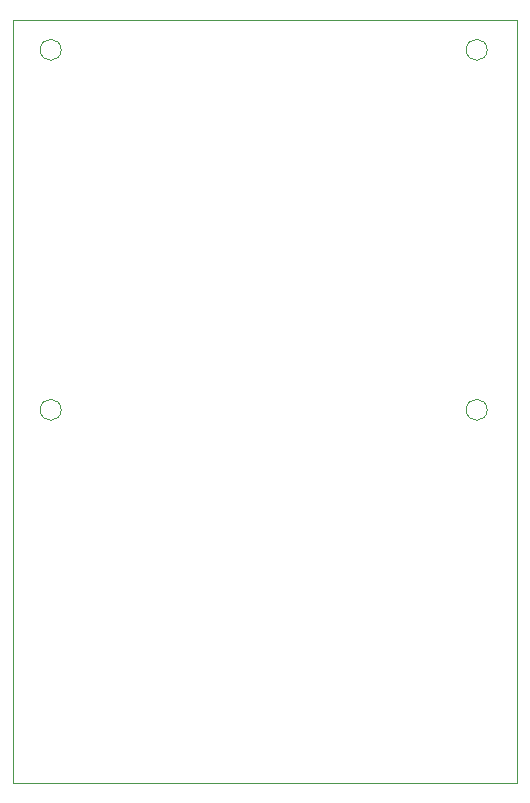
<source format=gbr>
%TF.GenerationSoftware,KiCad,Pcbnew,(6.0.7)*%
%TF.CreationDate,2022-09-29T10:24:13-07:00*%
%TF.ProjectId,sulu_ads1299,73756c75-5f61-4647-9331-3239392e6b69,rev?*%
%TF.SameCoordinates,Original*%
%TF.FileFunction,Profile,NP*%
%FSLAX46Y46*%
G04 Gerber Fmt 4.6, Leading zero omitted, Abs format (unit mm)*
G04 Created by KiCad (PCBNEW (6.0.7)) date 2022-09-29 10:24:13*
%MOMM*%
%LPD*%
G01*
G04 APERTURE LIST*
%TA.AperFunction,Profile*%
%ADD10C,0.100000*%
%TD*%
G04 APERTURE END LIST*
D10*
X118491000Y-115697000D02*
X75819000Y-115697000D01*
X75819000Y-115697000D02*
X75819000Y-51054000D01*
X75819000Y-51054000D02*
X118491000Y-51054000D01*
X118491000Y-51054000D02*
X118491000Y-115697000D01*
X79883000Y-84074000D02*
G75*
G03*
X79883000Y-84074000I-889000J0D01*
G01*
X79883000Y-53594000D02*
G75*
G03*
X79883000Y-53594000I-889000J0D01*
G01*
X115951000Y-53594000D02*
G75*
G03*
X115951000Y-53594000I-889000J0D01*
G01*
X115951000Y-84074000D02*
G75*
G03*
X115951000Y-84074000I-889000J0D01*
G01*
M02*

</source>
